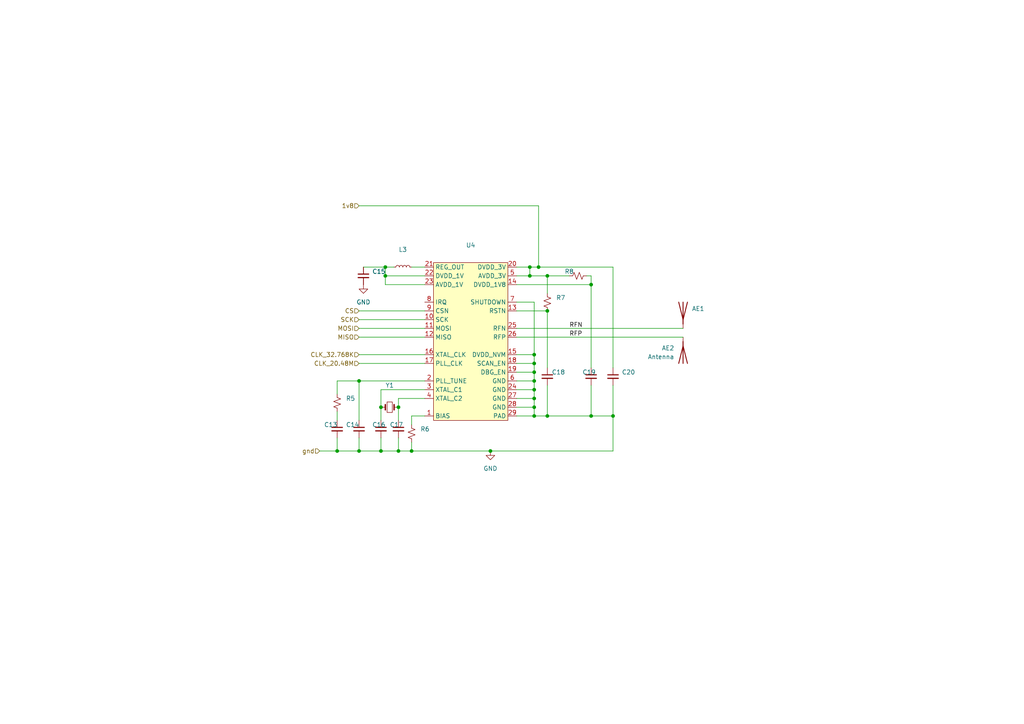
<source format=kicad_sch>
(kicad_sch (version 20211123) (generator eeschema)

  (uuid e7946b4b-d724-4f4f-9ffe-baea7140b82a)

  (paper "A4")

  (lib_symbols
    (symbol "0_kicad_custom_symbols:SR10x0" (in_bom yes) (on_board yes)
      (property "Reference" "U" (id 0) (at 0 25.4 0)
        (effects (font (size 1.27 1.27)))
      )
      (property "Value" "SR10x0" (id 1) (at 0 22.86 0)
        (effects (font (size 1.27 1.27)))
      )
      (property "Footprint" "" (id 2) (at 0 7.62 0)
        (effects (font (size 1.27 1.27)) hide)
      )
      (property "Datasheet" "" (id 3) (at 0 7.62 0)
        (effects (font (size 1.27 1.27)) hide)
      )
      (symbol "SR10x0_0_0"
        (pin unspecified line (at -12.7 -22.86 0) (length 2.54)
          (name "BIAS" (effects (font (size 1.27 1.27))))
          (number "1" (effects (font (size 1.27 1.27))))
        )
        (pin unspecified line (at -12.7 5.08 0) (length 2.54)
          (name "SCK" (effects (font (size 1.27 1.27))))
          (number "10" (effects (font (size 1.27 1.27))))
        )
        (pin unspecified line (at -12.7 2.54 0) (length 2.54)
          (name "MOSI" (effects (font (size 1.27 1.27))))
          (number "11" (effects (font (size 1.27 1.27))))
        )
        (pin unspecified line (at -12.7 0 0) (length 2.54)
          (name "MISO" (effects (font (size 1.27 1.27))))
          (number "12" (effects (font (size 1.27 1.27))))
        )
        (pin unspecified line (at 13.97 7.62 180) (length 2.54)
          (name "RSTN" (effects (font (size 1.27 1.27))))
          (number "13" (effects (font (size 1.27 1.27))))
        )
        (pin unspecified line (at 13.97 15.24 180) (length 2.54)
          (name "DVDD_1V8" (effects (font (size 1.27 1.27))))
          (number "14" (effects (font (size 1.27 1.27))))
        )
        (pin unspecified line (at 13.97 -5.08 180) (length 2.54)
          (name "DVDD_NVM" (effects (font (size 1.27 1.27))))
          (number "15" (effects (font (size 1.27 1.27))))
        )
        (pin unspecified line (at -12.7 -5.08 0) (length 2.54)
          (name "XTAL_CLK" (effects (font (size 1.27 1.27))))
          (number "16" (effects (font (size 1.27 1.27))))
        )
        (pin unspecified line (at -12.7 -7.62 0) (length 2.54)
          (name "PLL_CLK" (effects (font (size 1.27 1.27))))
          (number "17" (effects (font (size 1.27 1.27))))
        )
        (pin unspecified line (at 13.97 -7.62 180) (length 2.54)
          (name "SCAN_EN" (effects (font (size 1.27 1.27))))
          (number "18" (effects (font (size 1.27 1.27))))
        )
        (pin unspecified line (at 13.97 -10.16 180) (length 2.54)
          (name "DBG_EN" (effects (font (size 1.27 1.27))))
          (number "19" (effects (font (size 1.27 1.27))))
        )
        (pin unspecified line (at -12.7 -12.7 0) (length 2.54)
          (name "PLL_TUNE" (effects (font (size 1.27 1.27))))
          (number "2" (effects (font (size 1.27 1.27))))
        )
        (pin unspecified line (at 13.97 20.32 180) (length 2.54)
          (name "DVDD_3V" (effects (font (size 1.27 1.27))))
          (number "20" (effects (font (size 1.27 1.27))))
        )
        (pin unspecified line (at -12.7 20.32 0) (length 2.54)
          (name "REG_OUT" (effects (font (size 1.27 1.27))))
          (number "21" (effects (font (size 1.27 1.27))))
        )
        (pin unspecified line (at -12.7 17.78 0) (length 2.54)
          (name "DVDD_1V" (effects (font (size 1.27 1.27))))
          (number "22" (effects (font (size 1.27 1.27))))
        )
        (pin unspecified line (at -12.7 15.24 0) (length 2.54)
          (name "AVDD_1V" (effects (font (size 1.27 1.27))))
          (number "23" (effects (font (size 1.27 1.27))))
        )
        (pin unspecified line (at 13.97 -15.24 180) (length 2.54)
          (name "GND" (effects (font (size 1.27 1.27))))
          (number "24" (effects (font (size 1.27 1.27))))
        )
        (pin unspecified line (at 13.97 2.54 180) (length 2.54)
          (name "RFN" (effects (font (size 1.27 1.27))))
          (number "25" (effects (font (size 1.27 1.27))))
        )
        (pin unspecified line (at 13.97 0 180) (length 2.54)
          (name "RFP" (effects (font (size 1.27 1.27))))
          (number "26" (effects (font (size 1.27 1.27))))
        )
        (pin unspecified line (at 13.97 -17.78 180) (length 2.54)
          (name "GND" (effects (font (size 1.27 1.27))))
          (number "27" (effects (font (size 1.27 1.27))))
        )
        (pin unspecified line (at 13.97 -20.32 180) (length 2.54)
          (name "GND" (effects (font (size 1.27 1.27))))
          (number "28" (effects (font (size 1.27 1.27))))
        )
        (pin unspecified line (at 13.97 -22.86 180) (length 2.54)
          (name "PAD" (effects (font (size 1.27 1.27))))
          (number "29" (effects (font (size 1.27 1.27))))
        )
        (pin unspecified line (at -12.7 -15.24 0) (length 2.54)
          (name "XTAL_C1" (effects (font (size 1.27 1.27))))
          (number "3" (effects (font (size 1.27 1.27))))
        )
        (pin unspecified line (at -12.7 -17.78 0) (length 2.54)
          (name "XTAL_C2" (effects (font (size 1.27 1.27))))
          (number "4" (effects (font (size 1.27 1.27))))
        )
        (pin unspecified line (at 13.97 17.78 180) (length 2.54)
          (name "AVDD_3V" (effects (font (size 1.27 1.27))))
          (number "5" (effects (font (size 1.27 1.27))))
        )
        (pin unspecified line (at 13.97 -12.7 180) (length 2.54)
          (name "GND" (effects (font (size 1.27 1.27))))
          (number "6" (effects (font (size 1.27 1.27))))
        )
        (pin unspecified line (at 13.97 10.16 180) (length 2.54)
          (name "SHUTDOWN" (effects (font (size 1.27 1.27))))
          (number "7" (effects (font (size 1.27 1.27))))
        )
        (pin unspecified line (at -12.7 10.16 0) (length 2.54)
          (name "IRQ" (effects (font (size 1.27 1.27))))
          (number "8" (effects (font (size 1.27 1.27))))
        )
        (pin unspecified line (at -12.7 7.62 0) (length 2.54)
          (name "CSN" (effects (font (size 1.27 1.27))))
          (number "9" (effects (font (size 1.27 1.27))))
        )
      )
      (symbol "SR10x0_0_1"
        (rectangle (start -10.16 -24.13) (end 11.43 21.59)
          (stroke (width 0) (type default) (color 0 0 0 0))
          (fill (type background))
        )
      )
    )
    (symbol "Device:Antenna" (pin_numbers hide) (pin_names (offset 1.016) hide) (in_bom yes) (on_board yes)
      (property "Reference" "AE" (id 0) (at -1.905 1.905 0)
        (effects (font (size 1.27 1.27)) (justify right))
      )
      (property "Value" "Antenna" (id 1) (at -1.905 0 0)
        (effects (font (size 1.27 1.27)) (justify right))
      )
      (property "Footprint" "" (id 2) (at 0 0 0)
        (effects (font (size 1.27 1.27)) hide)
      )
      (property "Datasheet" "~" (id 3) (at 0 0 0)
        (effects (font (size 1.27 1.27)) hide)
      )
      (property "ki_keywords" "antenna" (id 4) (at 0 0 0)
        (effects (font (size 1.27 1.27)) hide)
      )
      (property "ki_description" "Antenna" (id 5) (at 0 0 0)
        (effects (font (size 1.27 1.27)) hide)
      )
      (symbol "Antenna_0_1"
        (polyline
          (pts
            (xy 0 2.54)
            (xy 0 -3.81)
          )
          (stroke (width 0.254) (type default) (color 0 0 0 0))
          (fill (type none))
        )
        (polyline
          (pts
            (xy 1.27 2.54)
            (xy 0 -2.54)
            (xy -1.27 2.54)
          )
          (stroke (width 0.254) (type default) (color 0 0 0 0))
          (fill (type none))
        )
      )
      (symbol "Antenna_1_1"
        (pin input line (at 0 -5.08 90) (length 2.54)
          (name "A" (effects (font (size 1.27 1.27))))
          (number "1" (effects (font (size 1.27 1.27))))
        )
      )
    )
    (symbol "Device:C_Small" (pin_numbers hide) (pin_names (offset 0.254) hide) (in_bom yes) (on_board yes)
      (property "Reference" "C" (id 0) (at 0.254 1.778 0)
        (effects (font (size 1.27 1.27)) (justify left))
      )
      (property "Value" "C_Small" (id 1) (at 0.254 -2.032 0)
        (effects (font (size 1.27 1.27)) (justify left))
      )
      (property "Footprint" "" (id 2) (at 0 0 0)
        (effects (font (size 1.27 1.27)) hide)
      )
      (property "Datasheet" "~" (id 3) (at 0 0 0)
        (effects (font (size 1.27 1.27)) hide)
      )
      (property "ki_keywords" "capacitor cap" (id 4) (at 0 0 0)
        (effects (font (size 1.27 1.27)) hide)
      )
      (property "ki_description" "Unpolarized capacitor, small symbol" (id 5) (at 0 0 0)
        (effects (font (size 1.27 1.27)) hide)
      )
      (property "ki_fp_filters" "C_*" (id 6) (at 0 0 0)
        (effects (font (size 1.27 1.27)) hide)
      )
      (symbol "C_Small_0_1"
        (polyline
          (pts
            (xy -1.524 -0.508)
            (xy 1.524 -0.508)
          )
          (stroke (width 0.3302) (type default) (color 0 0 0 0))
          (fill (type none))
        )
        (polyline
          (pts
            (xy -1.524 0.508)
            (xy 1.524 0.508)
          )
          (stroke (width 0.3048) (type default) (color 0 0 0 0))
          (fill (type none))
        )
      )
      (symbol "C_Small_1_1"
        (pin passive line (at 0 2.54 270) (length 2.032)
          (name "~" (effects (font (size 1.27 1.27))))
          (number "1" (effects (font (size 1.27 1.27))))
        )
        (pin passive line (at 0 -2.54 90) (length 2.032)
          (name "~" (effects (font (size 1.27 1.27))))
          (number "2" (effects (font (size 1.27 1.27))))
        )
      )
    )
    (symbol "Device:Crystal_Small" (pin_numbers hide) (pin_names (offset 1.016) hide) (in_bom yes) (on_board yes)
      (property "Reference" "Y" (id 0) (at 0 2.54 0)
        (effects (font (size 1.27 1.27)))
      )
      (property "Value" "Crystal_Small" (id 1) (at 0 -2.54 0)
        (effects (font (size 1.27 1.27)))
      )
      (property "Footprint" "" (id 2) (at 0 0 0)
        (effects (font (size 1.27 1.27)) hide)
      )
      (property "Datasheet" "~" (id 3) (at 0 0 0)
        (effects (font (size 1.27 1.27)) hide)
      )
      (property "ki_keywords" "quartz ceramic resonator oscillator" (id 4) (at 0 0 0)
        (effects (font (size 1.27 1.27)) hide)
      )
      (property "ki_description" "Two pin crystal, small symbol" (id 5) (at 0 0 0)
        (effects (font (size 1.27 1.27)) hide)
      )
      (property "ki_fp_filters" "Crystal*" (id 6) (at 0 0 0)
        (effects (font (size 1.27 1.27)) hide)
      )
      (symbol "Crystal_Small_0_1"
        (rectangle (start -0.762 -1.524) (end 0.762 1.524)
          (stroke (width 0) (type default) (color 0 0 0 0))
          (fill (type none))
        )
        (polyline
          (pts
            (xy -1.27 -0.762)
            (xy -1.27 0.762)
          )
          (stroke (width 0.381) (type default) (color 0 0 0 0))
          (fill (type none))
        )
        (polyline
          (pts
            (xy 1.27 -0.762)
            (xy 1.27 0.762)
          )
          (stroke (width 0.381) (type default) (color 0 0 0 0))
          (fill (type none))
        )
      )
      (symbol "Crystal_Small_1_1"
        (pin passive line (at -2.54 0 0) (length 1.27)
          (name "1" (effects (font (size 1.27 1.27))))
          (number "1" (effects (font (size 1.27 1.27))))
        )
        (pin passive line (at 2.54 0 180) (length 1.27)
          (name "2" (effects (font (size 1.27 1.27))))
          (number "2" (effects (font (size 1.27 1.27))))
        )
      )
    )
    (symbol "Device:L_Small" (pin_numbers hide) (pin_names (offset 0.254) hide) (in_bom yes) (on_board yes)
      (property "Reference" "L" (id 0) (at 0.762 1.016 0)
        (effects (font (size 1.27 1.27)) (justify left))
      )
      (property "Value" "L_Small" (id 1) (at 0.762 -1.016 0)
        (effects (font (size 1.27 1.27)) (justify left))
      )
      (property "Footprint" "" (id 2) (at 0 0 0)
        (effects (font (size 1.27 1.27)) hide)
      )
      (property "Datasheet" "~" (id 3) (at 0 0 0)
        (effects (font (size 1.27 1.27)) hide)
      )
      (property "ki_keywords" "inductor choke coil reactor magnetic" (id 4) (at 0 0 0)
        (effects (font (size 1.27 1.27)) hide)
      )
      (property "ki_description" "Inductor, small symbol" (id 5) (at 0 0 0)
        (effects (font (size 1.27 1.27)) hide)
      )
      (property "ki_fp_filters" "Choke_* *Coil* Inductor_* L_*" (id 6) (at 0 0 0)
        (effects (font (size 1.27 1.27)) hide)
      )
      (symbol "L_Small_0_1"
        (arc (start 0 -2.032) (mid 0.508 -1.524) (end 0 -1.016)
          (stroke (width 0) (type default) (color 0 0 0 0))
          (fill (type none))
        )
        (arc (start 0 -1.016) (mid 0.508 -0.508) (end 0 0)
          (stroke (width 0) (type default) (color 0 0 0 0))
          (fill (type none))
        )
        (arc (start 0 0) (mid 0.508 0.508) (end 0 1.016)
          (stroke (width 0) (type default) (color 0 0 0 0))
          (fill (type none))
        )
        (arc (start 0 1.016) (mid 0.508 1.524) (end 0 2.032)
          (stroke (width 0) (type default) (color 0 0 0 0))
          (fill (type none))
        )
      )
      (symbol "L_Small_1_1"
        (pin passive line (at 0 2.54 270) (length 0.508)
          (name "~" (effects (font (size 1.27 1.27))))
          (number "1" (effects (font (size 1.27 1.27))))
        )
        (pin passive line (at 0 -2.54 90) (length 0.508)
          (name "~" (effects (font (size 1.27 1.27))))
          (number "2" (effects (font (size 1.27 1.27))))
        )
      )
    )
    (symbol "Device:R_Small_US" (pin_numbers hide) (pin_names (offset 0.254) hide) (in_bom yes) (on_board yes)
      (property "Reference" "R" (id 0) (at 0.762 0.508 0)
        (effects (font (size 1.27 1.27)) (justify left))
      )
      (property "Value" "R_Small_US" (id 1) (at 0.762 -1.016 0)
        (effects (font (size 1.27 1.27)) (justify left))
      )
      (property "Footprint" "" (id 2) (at 0 0 0)
        (effects (font (size 1.27 1.27)) hide)
      )
      (property "Datasheet" "~" (id 3) (at 0 0 0)
        (effects (font (size 1.27 1.27)) hide)
      )
      (property "ki_keywords" "r resistor" (id 4) (at 0 0 0)
        (effects (font (size 1.27 1.27)) hide)
      )
      (property "ki_description" "Resistor, small US symbol" (id 5) (at 0 0 0)
        (effects (font (size 1.27 1.27)) hide)
      )
      (property "ki_fp_filters" "R_*" (id 6) (at 0 0 0)
        (effects (font (size 1.27 1.27)) hide)
      )
      (symbol "R_Small_US_1_1"
        (polyline
          (pts
            (xy 0 0)
            (xy 1.016 -0.381)
            (xy 0 -0.762)
            (xy -1.016 -1.143)
            (xy 0 -1.524)
          )
          (stroke (width 0) (type default) (color 0 0 0 0))
          (fill (type none))
        )
        (polyline
          (pts
            (xy 0 1.524)
            (xy 1.016 1.143)
            (xy 0 0.762)
            (xy -1.016 0.381)
            (xy 0 0)
          )
          (stroke (width 0) (type default) (color 0 0 0 0))
          (fill (type none))
        )
        (pin passive line (at 0 2.54 270) (length 1.016)
          (name "~" (effects (font (size 1.27 1.27))))
          (number "1" (effects (font (size 1.27 1.27))))
        )
        (pin passive line (at 0 -2.54 90) (length 1.016)
          (name "~" (effects (font (size 1.27 1.27))))
          (number "2" (effects (font (size 1.27 1.27))))
        )
      )
    )
    (symbol "power:GND" (power) (pin_names (offset 0)) (in_bom yes) (on_board yes)
      (property "Reference" "#PWR" (id 0) (at 0 -6.35 0)
        (effects (font (size 1.27 1.27)) hide)
      )
      (property "Value" "GND" (id 1) (at 0 -3.81 0)
        (effects (font (size 1.27 1.27)))
      )
      (property "Footprint" "" (id 2) (at 0 0 0)
        (effects (font (size 1.27 1.27)) hide)
      )
      (property "Datasheet" "" (id 3) (at 0 0 0)
        (effects (font (size 1.27 1.27)) hide)
      )
      (property "ki_keywords" "power-flag" (id 4) (at 0 0 0)
        (effects (font (size 1.27 1.27)) hide)
      )
      (property "ki_description" "Power symbol creates a global label with name \"GND\" , ground" (id 5) (at 0 0 0)
        (effects (font (size 1.27 1.27)) hide)
      )
      (symbol "GND_0_1"
        (polyline
          (pts
            (xy 0 0)
            (xy 0 -1.27)
            (xy 1.27 -1.27)
            (xy 0 -2.54)
            (xy -1.27 -1.27)
            (xy 0 -1.27)
          )
          (stroke (width 0) (type default) (color 0 0 0 0))
          (fill (type none))
        )
      )
      (symbol "GND_1_1"
        (pin power_in line (at 0 0 270) (length 0) hide
          (name "GND" (effects (font (size 1.27 1.27))))
          (number "1" (effects (font (size 1.27 1.27))))
        )
      )
    )
  )

  (junction (at 142.24 130.81) (diameter 0) (color 0 0 0 0)
    (uuid 0151bf30-1148-42cb-a685-6ed8c7c18eef)
  )
  (junction (at 177.8 120.65) (diameter 0) (color 0 0 0 0)
    (uuid 03b4c98f-f707-4f91-8ebb-28ee1990da44)
  )
  (junction (at 97.79 130.81) (diameter 0) (color 0 0 0 0)
    (uuid 076ec102-1264-42f9-b892-abc9c2acc57a)
  )
  (junction (at 153.67 77.47) (diameter 0) (color 0 0 0 0)
    (uuid 0f254a28-cd43-46c2-bb88-57fead51249a)
  )
  (junction (at 154.94 107.95) (diameter 0) (color 0 0 0 0)
    (uuid 0ff9b227-0bcb-4bda-9065-85195e7aec51)
  )
  (junction (at 111.76 80.01) (diameter 0) (color 0 0 0 0)
    (uuid 12da2731-4840-4556-a958-899e3d0e1d29)
  )
  (junction (at 115.57 130.81) (diameter 0) (color 0 0 0 0)
    (uuid 1b7cd628-6a23-4750-9d37-9cfc125333ae)
  )
  (junction (at 154.94 115.57) (diameter 0) (color 0 0 0 0)
    (uuid 21f367dd-3ad1-4874-9a8c-06bec15cd162)
  )
  (junction (at 153.67 80.01) (diameter 0) (color 0 0 0 0)
    (uuid 24b65d01-c9a5-4c81-a0c0-420a87798652)
  )
  (junction (at 111.76 77.47) (diameter 0) (color 0 0 0 0)
    (uuid 4b1401a7-a888-4efa-9ab1-169788a4344c)
  )
  (junction (at 154.94 120.65) (diameter 0) (color 0 0 0 0)
    (uuid 53ffe0a9-2097-4e7d-a769-6bcc949bc75a)
  )
  (junction (at 110.49 118.11) (diameter 0) (color 0 0 0 0)
    (uuid 77e5169f-0ea3-4de8-adfb-6176e496a736)
  )
  (junction (at 158.75 120.65) (diameter 0) (color 0 0 0 0)
    (uuid 8143b7f5-936d-433c-a2d0-41bde8b42601)
  )
  (junction (at 104.14 110.49) (diameter 0) (color 0 0 0 0)
    (uuid 8a250c79-2911-4df5-8df4-0fccf38813a1)
  )
  (junction (at 154.94 105.41) (diameter 0) (color 0 0 0 0)
    (uuid 8ac69a1a-a871-4950-9b25-abfb8319af1a)
  )
  (junction (at 156.21 77.47) (diameter 0) (color 0 0 0 0)
    (uuid 928d7cfe-9920-4cfb-ac23-984180b54bde)
  )
  (junction (at 154.94 118.11) (diameter 0) (color 0 0 0 0)
    (uuid 94be8abc-09f0-45be-8d7b-a1c96b414f9a)
  )
  (junction (at 104.14 130.81) (diameter 0) (color 0 0 0 0)
    (uuid 9de57010-2301-4135-bfe5-758ae0dd931e)
  )
  (junction (at 171.45 120.65) (diameter 0) (color 0 0 0 0)
    (uuid 9fc8db6b-9197-4af4-8038-3cf5d1675576)
  )
  (junction (at 171.45 82.55) (diameter 0) (color 0 0 0 0)
    (uuid a2f39c5a-96f1-46fd-9310-ca8f6ecd3d0b)
  )
  (junction (at 119.38 130.81) (diameter 0) (color 0 0 0 0)
    (uuid aba79e4e-c43e-4138-ac15-ab95c2a04479)
  )
  (junction (at 154.94 113.03) (diameter 0) (color 0 0 0 0)
    (uuid b95683a8-81d2-4480-bba0-af0d442afd65)
  )
  (junction (at 158.75 90.17) (diameter 0) (color 0 0 0 0)
    (uuid bef3e79c-2d7f-4113-b2d4-1830adb75967)
  )
  (junction (at 158.75 80.01) (diameter 0) (color 0 0 0 0)
    (uuid c02f07d6-c465-4869-b870-6e4291fb3c7f)
  )
  (junction (at 154.94 110.49) (diameter 0) (color 0 0 0 0)
    (uuid c7fcc16b-9931-4f99-ba43-89ccb2e04372)
  )
  (junction (at 115.57 118.11) (diameter 0) (color 0 0 0 0)
    (uuid c894df66-1fe0-412c-98d9-29965ea89b30)
  )
  (junction (at 110.49 130.81) (diameter 0) (color 0 0 0 0)
    (uuid ed921c6f-8d9e-46f5-a9c5-0c7acb2ad24a)
  )
  (junction (at 154.94 102.87) (diameter 0) (color 0 0 0 0)
    (uuid ee1efdd4-81e2-4b00-93d9-5ddb8a358136)
  )

  (wire (pts (xy 149.86 90.17) (xy 158.75 90.17))
    (stroke (width 0) (type default) (color 0 0 0 0))
    (uuid 003531f5-59f4-489d-84da-956d52607190)
  )
  (wire (pts (xy 158.75 120.65) (xy 171.45 120.65))
    (stroke (width 0) (type default) (color 0 0 0 0))
    (uuid 05f601fb-1aff-4245-9ca3-1748eaf293f9)
  )
  (wire (pts (xy 154.94 120.65) (xy 154.94 118.11))
    (stroke (width 0) (type default) (color 0 0 0 0))
    (uuid 07c6fef5-aad9-4e6c-baf8-2235d8b33886)
  )
  (wire (pts (xy 119.38 123.19) (xy 119.38 120.65))
    (stroke (width 0) (type default) (color 0 0 0 0))
    (uuid 08204f30-043f-4883-bfcd-bf8672112580)
  )
  (wire (pts (xy 104.14 97.79) (xy 123.19 97.79))
    (stroke (width 0) (type default) (color 0 0 0 0))
    (uuid 0a542213-7863-4f13-8cbf-e8a57115d7c5)
  )
  (wire (pts (xy 149.86 115.57) (xy 154.94 115.57))
    (stroke (width 0) (type default) (color 0 0 0 0))
    (uuid 0b57d041-1042-4975-8f5f-fe935a8663fe)
  )
  (wire (pts (xy 171.45 82.55) (xy 171.45 80.01))
    (stroke (width 0) (type default) (color 0 0 0 0))
    (uuid 0c31a194-5cca-48c4-9d17-bfaeeee60c54)
  )
  (wire (pts (xy 97.79 110.49) (xy 104.14 110.49))
    (stroke (width 0) (type default) (color 0 0 0 0))
    (uuid 149fe5e3-c5de-4b00-a4da-9988610fa252)
  )
  (wire (pts (xy 156.21 77.47) (xy 156.21 59.69))
    (stroke (width 0) (type default) (color 0 0 0 0))
    (uuid 15cd9d22-38b9-4f3d-a562-d0644861f6f6)
  )
  (wire (pts (xy 149.86 97.79) (xy 198.12 97.79))
    (stroke (width 0) (type default) (color 0 0 0 0))
    (uuid 2132b993-0665-4c4e-8feb-2012cd0025e0)
  )
  (wire (pts (xy 177.8 120.65) (xy 171.45 120.65))
    (stroke (width 0) (type default) (color 0 0 0 0))
    (uuid 230e1b32-abd0-42c2-8e2c-4c1ce7b4423f)
  )
  (wire (pts (xy 115.57 118.11) (xy 115.57 121.92))
    (stroke (width 0) (type default) (color 0 0 0 0))
    (uuid 24e0adb2-6d54-47b6-bee3-01d2d039e6dc)
  )
  (wire (pts (xy 110.49 113.03) (xy 123.19 113.03))
    (stroke (width 0) (type default) (color 0 0 0 0))
    (uuid 27eec292-db7f-4d26-82a8-8d97acc6ba2b)
  )
  (wire (pts (xy 104.14 130.81) (xy 110.49 130.81))
    (stroke (width 0) (type default) (color 0 0 0 0))
    (uuid 2e240f88-7232-4f87-8615-294a7f7734ae)
  )
  (wire (pts (xy 154.94 120.65) (xy 158.75 120.65))
    (stroke (width 0) (type default) (color 0 0 0 0))
    (uuid 3262ce87-8029-4a56-a29a-8089ae6e5a59)
  )
  (wire (pts (xy 119.38 77.47) (xy 123.19 77.47))
    (stroke (width 0) (type default) (color 0 0 0 0))
    (uuid 33b0217c-b4ff-4de1-9261-e34b6ff8a0d3)
  )
  (wire (pts (xy 170.18 80.01) (xy 171.45 80.01))
    (stroke (width 0) (type default) (color 0 0 0 0))
    (uuid 353ab95e-9d39-4510-8c8d-939b71fd1536)
  )
  (wire (pts (xy 149.86 95.25) (xy 198.12 95.25))
    (stroke (width 0) (type default) (color 0 0 0 0))
    (uuid 35470870-0d4e-44be-8ed1-d59b815191f2)
  )
  (wire (pts (xy 142.24 130.81) (xy 119.38 130.81))
    (stroke (width 0) (type default) (color 0 0 0 0))
    (uuid 38816841-5d62-49e6-8088-69d175a2af8e)
  )
  (wire (pts (xy 154.94 107.95) (xy 154.94 110.49))
    (stroke (width 0) (type default) (color 0 0 0 0))
    (uuid 39ac3426-5046-49d6-a48c-f54b57a87631)
  )
  (wire (pts (xy 149.86 120.65) (xy 154.94 120.65))
    (stroke (width 0) (type default) (color 0 0 0 0))
    (uuid 3c36da5c-133a-4ed4-8757-815d1812ec18)
  )
  (wire (pts (xy 104.14 105.41) (xy 123.19 105.41))
    (stroke (width 0) (type default) (color 0 0 0 0))
    (uuid 4344b8fd-b142-4fc5-92ce-805de17acedf)
  )
  (wire (pts (xy 153.67 80.01) (xy 158.75 80.01))
    (stroke (width 0) (type default) (color 0 0 0 0))
    (uuid 43fb9cc2-c8c4-4930-a626-6bb50c7b4e96)
  )
  (wire (pts (xy 111.76 77.47) (xy 114.3 77.47))
    (stroke (width 0) (type default) (color 0 0 0 0))
    (uuid 4c670306-2a51-4778-bfe1-475c2b5cf28f)
  )
  (wire (pts (xy 149.86 102.87) (xy 154.94 102.87))
    (stroke (width 0) (type default) (color 0 0 0 0))
    (uuid 53c8f187-c4b3-4c43-9643-47f630bf39d5)
  )
  (wire (pts (xy 104.14 59.69) (xy 156.21 59.69))
    (stroke (width 0) (type default) (color 0 0 0 0))
    (uuid 54b7f6f2-e1b4-48a1-87bb-b2ee46dccf2e)
  )
  (wire (pts (xy 149.86 87.63) (xy 154.94 87.63))
    (stroke (width 0) (type default) (color 0 0 0 0))
    (uuid 56cf07a2-050c-47fe-a283-cacd5436e682)
  )
  (wire (pts (xy 149.86 113.03) (xy 154.94 113.03))
    (stroke (width 0) (type default) (color 0 0 0 0))
    (uuid 5a7ea48c-73a4-447c-a454-fe05b3a17726)
  )
  (wire (pts (xy 156.21 77.47) (xy 177.8 77.47))
    (stroke (width 0) (type default) (color 0 0 0 0))
    (uuid 5bbb8cc0-3d42-4dc5-9ff0-d2817a5b9a4d)
  )
  (wire (pts (xy 111.76 82.55) (xy 123.19 82.55))
    (stroke (width 0) (type default) (color 0 0 0 0))
    (uuid 5ed4184e-6fcb-472f-bfbd-58bd0407a79a)
  )
  (wire (pts (xy 104.14 110.49) (xy 104.14 121.92))
    (stroke (width 0) (type default) (color 0 0 0 0))
    (uuid 5f288793-c60e-49a2-b9e2-28022d85963a)
  )
  (wire (pts (xy 154.94 118.11) (xy 154.94 115.57))
    (stroke (width 0) (type default) (color 0 0 0 0))
    (uuid 6061f0a0-0f05-49c7-ad53-a20ab4695e8b)
  )
  (wire (pts (xy 104.14 102.87) (xy 123.19 102.87))
    (stroke (width 0) (type default) (color 0 0 0 0))
    (uuid 69430845-e1d3-4086-9a4e-1d2bb8c20776)
  )
  (wire (pts (xy 153.67 77.47) (xy 149.86 77.47))
    (stroke (width 0) (type default) (color 0 0 0 0))
    (uuid 6aa2b36c-c06c-4e6e-910b-f1d002c87bc0)
  )
  (wire (pts (xy 115.57 118.11) (xy 115.57 115.57))
    (stroke (width 0) (type default) (color 0 0 0 0))
    (uuid 6dacda71-4bb3-4536-8dca-d85264482a57)
  )
  (wire (pts (xy 97.79 119.38) (xy 97.79 121.92))
    (stroke (width 0) (type default) (color 0 0 0 0))
    (uuid 6e0a09bd-4465-4bb4-adf0-d2b77978e48f)
  )
  (wire (pts (xy 149.86 80.01) (xy 153.67 80.01))
    (stroke (width 0) (type default) (color 0 0 0 0))
    (uuid 73294eab-c39a-49d7-bd83-c38d355a3d16)
  )
  (wire (pts (xy 104.14 110.49) (xy 123.19 110.49))
    (stroke (width 0) (type default) (color 0 0 0 0))
    (uuid 7410eb21-a17d-4c3a-9d1c-66ca6c4e4f8a)
  )
  (wire (pts (xy 111.76 80.01) (xy 111.76 77.47))
    (stroke (width 0) (type default) (color 0 0 0 0))
    (uuid 77c2ac57-10e2-4b38-84f1-379b65329272)
  )
  (wire (pts (xy 177.8 111.76) (xy 177.8 120.65))
    (stroke (width 0) (type default) (color 0 0 0 0))
    (uuid 787c29f9-1dc1-47a0-a5ec-b9b4be77acc7)
  )
  (wire (pts (xy 177.8 130.81) (xy 142.24 130.81))
    (stroke (width 0) (type default) (color 0 0 0 0))
    (uuid 79abc05e-0a2b-49a4-899c-a83d5933629a)
  )
  (wire (pts (xy 97.79 130.81) (xy 104.14 130.81))
    (stroke (width 0) (type default) (color 0 0 0 0))
    (uuid 7c791bfb-13c9-4582-ae38-3c130e76d0d3)
  )
  (wire (pts (xy 119.38 130.81) (xy 119.38 128.27))
    (stroke (width 0) (type default) (color 0 0 0 0))
    (uuid 7dea40ad-275e-4356-bed4-ccf3ba29d326)
  )
  (wire (pts (xy 158.75 90.17) (xy 158.75 106.68))
    (stroke (width 0) (type default) (color 0 0 0 0))
    (uuid 7ed24067-a2b8-4196-8aec-58c040b703f6)
  )
  (wire (pts (xy 154.94 102.87) (xy 154.94 105.41))
    (stroke (width 0) (type default) (color 0 0 0 0))
    (uuid 83857c3d-2cbd-4c8e-8c7c-98e34fd467ad)
  )
  (wire (pts (xy 177.8 120.65) (xy 177.8 130.81))
    (stroke (width 0) (type default) (color 0 0 0 0))
    (uuid 85cfeb1a-bf37-4808-a748-9565fc1c7347)
  )
  (wire (pts (xy 149.86 105.41) (xy 154.94 105.41))
    (stroke (width 0) (type default) (color 0 0 0 0))
    (uuid 92c8f4ba-57a0-4b44-a303-4d654bc72976)
  )
  (wire (pts (xy 177.8 106.68) (xy 177.8 77.47))
    (stroke (width 0) (type default) (color 0 0 0 0))
    (uuid 94088670-ad40-43cc-ae57-791e8cbd3452)
  )
  (wire (pts (xy 154.94 113.03) (xy 154.94 110.49))
    (stroke (width 0) (type default) (color 0 0 0 0))
    (uuid 94089b98-2d82-406f-8a80-337361221ce4)
  )
  (wire (pts (xy 104.14 92.71) (xy 123.19 92.71))
    (stroke (width 0) (type default) (color 0 0 0 0))
    (uuid 9542e327-eba8-46f7-aed4-55ee1c3fc056)
  )
  (wire (pts (xy 104.14 90.17) (xy 123.19 90.17))
    (stroke (width 0) (type default) (color 0 0 0 0))
    (uuid 97d54b80-940f-44e5-bdc3-3b6cea0fb1f2)
  )
  (wire (pts (xy 171.45 111.76) (xy 171.45 120.65))
    (stroke (width 0) (type default) (color 0 0 0 0))
    (uuid 9a71fac4-4866-4df6-a57c-bd454b0d4339)
  )
  (wire (pts (xy 153.67 77.47) (xy 156.21 77.47))
    (stroke (width 0) (type default) (color 0 0 0 0))
    (uuid 9ae60c5c-92f3-4f70-834d-25d808b76bb6)
  )
  (wire (pts (xy 154.94 105.41) (xy 154.94 107.95))
    (stroke (width 0) (type default) (color 0 0 0 0))
    (uuid 9e4b97eb-4976-4e38-b382-13dce10abf22)
  )
  (wire (pts (xy 153.67 80.01) (xy 153.67 77.47))
    (stroke (width 0) (type default) (color 0 0 0 0))
    (uuid a0b5c368-7584-4b36-a252-2bd9a327c91c)
  )
  (wire (pts (xy 149.86 107.95) (xy 154.94 107.95))
    (stroke (width 0) (type default) (color 0 0 0 0))
    (uuid a37c735a-2152-4ac4-a272-81f2e0f038f5)
  )
  (wire (pts (xy 104.14 127) (xy 104.14 130.81))
    (stroke (width 0) (type default) (color 0 0 0 0))
    (uuid a580d05d-14a5-4336-9fca-b548086d8f4b)
  )
  (wire (pts (xy 154.94 110.49) (xy 149.86 110.49))
    (stroke (width 0) (type default) (color 0 0 0 0))
    (uuid a788b7fc-7ef8-478c-b36c-a2a6b077e821)
  )
  (wire (pts (xy 154.94 115.57) (xy 154.94 113.03))
    (stroke (width 0) (type default) (color 0 0 0 0))
    (uuid b042a06f-b474-47fc-a765-45ecb82c1f65)
  )
  (wire (pts (xy 110.49 127) (xy 110.49 130.81))
    (stroke (width 0) (type default) (color 0 0 0 0))
    (uuid b076bfca-9ea3-4259-9da1-efe42ed5037f)
  )
  (wire (pts (xy 92.71 130.81) (xy 97.79 130.81))
    (stroke (width 0) (type default) (color 0 0 0 0))
    (uuid b11424e4-e31d-44b3-b6cf-30c417df2ea5)
  )
  (wire (pts (xy 158.75 80.01) (xy 158.75 85.09))
    (stroke (width 0) (type default) (color 0 0 0 0))
    (uuid b42e1c8c-9923-4646-80d5-8d1b090d4d24)
  )
  (wire (pts (xy 104.14 95.25) (xy 123.19 95.25))
    (stroke (width 0) (type default) (color 0 0 0 0))
    (uuid bdc076ad-284d-4a5c-a0f7-e0a1296625c2)
  )
  (wire (pts (xy 119.38 120.65) (xy 123.19 120.65))
    (stroke (width 0) (type default) (color 0 0 0 0))
    (uuid c070f01a-a44a-4bbe-9d93-4d212e5ac004)
  )
  (wire (pts (xy 149.86 82.55) (xy 171.45 82.55))
    (stroke (width 0) (type default) (color 0 0 0 0))
    (uuid c98df6e3-449c-4e15-ae92-cd773bbd7104)
  )
  (wire (pts (xy 111.76 80.01) (xy 111.76 82.55))
    (stroke (width 0) (type default) (color 0 0 0 0))
    (uuid ced8cea5-cc58-429e-b4a4-11da3f300118)
  )
  (wire (pts (xy 115.57 130.81) (xy 119.38 130.81))
    (stroke (width 0) (type default) (color 0 0 0 0))
    (uuid cfa3111f-0202-4412-a89e-1e37cf87f17b)
  )
  (wire (pts (xy 123.19 80.01) (xy 111.76 80.01))
    (stroke (width 0) (type default) (color 0 0 0 0))
    (uuid d43728df-b095-48b0-a30e-11027ec27355)
  )
  (wire (pts (xy 97.79 114.3) (xy 97.79 110.49))
    (stroke (width 0) (type default) (color 0 0 0 0))
    (uuid d7cd0b7c-0af1-4621-8144-6cdceda5a7d8)
  )
  (wire (pts (xy 110.49 130.81) (xy 115.57 130.81))
    (stroke (width 0) (type default) (color 0 0 0 0))
    (uuid db42ed81-ee0b-4c07-be19-9c851ee43f61)
  )
  (wire (pts (xy 97.79 127) (xy 97.79 130.81))
    (stroke (width 0) (type default) (color 0 0 0 0))
    (uuid e0589db7-dc55-4fd2-81e9-c1e4cd9f4f84)
  )
  (wire (pts (xy 158.75 111.76) (xy 158.75 120.65))
    (stroke (width 0) (type default) (color 0 0 0 0))
    (uuid e3b2b9c5-55bb-4a3c-b09f-8d4b4d3230fb)
  )
  (wire (pts (xy 115.57 127) (xy 115.57 130.81))
    (stroke (width 0) (type default) (color 0 0 0 0))
    (uuid eb1e94fb-46bf-4309-9aa6-b58f72743675)
  )
  (wire (pts (xy 149.86 118.11) (xy 154.94 118.11))
    (stroke (width 0) (type default) (color 0 0 0 0))
    (uuid edabf3db-f18a-4100-b4f9-299575a8cc60)
  )
  (wire (pts (xy 154.94 87.63) (xy 154.94 102.87))
    (stroke (width 0) (type default) (color 0 0 0 0))
    (uuid ee49344d-ea18-46fd-9a12-f5cc3bd87b3e)
  )
  (wire (pts (xy 110.49 121.92) (xy 110.49 118.11))
    (stroke (width 0) (type default) (color 0 0 0 0))
    (uuid ef9ab9de-65de-453b-92d1-8911d65e0733)
  )
  (wire (pts (xy 115.57 115.57) (xy 123.19 115.57))
    (stroke (width 0) (type default) (color 0 0 0 0))
    (uuid f1c90a01-d865-4407-8359-f50e1ba5b802)
  )
  (wire (pts (xy 171.45 82.55) (xy 171.45 106.68))
    (stroke (width 0) (type default) (color 0 0 0 0))
    (uuid f50f6d48-e347-424d-ac66-cc75cddda72f)
  )
  (wire (pts (xy 158.75 80.01) (xy 165.1 80.01))
    (stroke (width 0) (type default) (color 0 0 0 0))
    (uuid f56a09e7-0c3e-4a7b-9e22-02196bcb3e68)
  )
  (wire (pts (xy 105.41 77.47) (xy 111.76 77.47))
    (stroke (width 0) (type default) (color 0 0 0 0))
    (uuid fcd839b8-4e38-4a62-9735-18b2332e1e1b)
  )
  (wire (pts (xy 110.49 118.11) (xy 110.49 113.03))
    (stroke (width 0) (type default) (color 0 0 0 0))
    (uuid fe9155f7-7886-4354-aff3-85fd3939a5be)
  )

  (label "RFN" (at 165.1 95.25 0)
    (effects (font (size 1.27 1.27)) (justify left bottom))
    (uuid a68e03da-b674-4fa3-abbd-bf5edfd58541)
  )
  (label "RFP" (at 165.1 97.79 0)
    (effects (font (size 1.27 1.27)) (justify left bottom))
    (uuid c91af2de-c914-4fd3-97c2-839e6e911ed7)
  )

  (hierarchical_label "MOSI" (shape input) (at 104.14 95.25 180)
    (effects (font (size 1.27 1.27)) (justify right))
    (uuid 2bd10789-7467-46b1-87b8-b8e937105913)
  )
  (hierarchical_label "CLK_32.768K" (shape input) (at 104.14 102.87 180)
    (effects (font (size 1.27 1.27)) (justify right))
    (uuid 42f5c2c0-5ecf-4fea-8c2f-11ebb127001f)
  )
  (hierarchical_label "1v8" (shape input) (at 104.14 59.69 180)
    (effects (font (size 1.27 1.27)) (justify right))
    (uuid 635460c7-29cb-4e3e-a116-d103c01d1a83)
  )
  (hierarchical_label "SCK" (shape input) (at 104.14 92.71 180)
    (effects (font (size 1.27 1.27)) (justify right))
    (uuid 641cd7c7-6aff-4c5a-a4ea-2d66cb4939ca)
  )
  (hierarchical_label "MISO" (shape input) (at 104.14 97.79 180)
    (effects (font (size 1.27 1.27)) (justify right))
    (uuid 8194092d-63da-4e49-be42-a349938031b2)
  )
  (hierarchical_label "gnd" (shape input) (at 92.71 130.81 180)
    (effects (font (size 1.27 1.27)) (justify right))
    (uuid 89623a12-2002-424d-90c5-b0f99624d7de)
  )
  (hierarchical_label "CS" (shape input) (at 104.14 90.17 180)
    (effects (font (size 1.27 1.27)) (justify right))
    (uuid 8a1c9936-e4ff-4ba7-b064-e04b2cf114fc)
  )
  (hierarchical_label "CLK_20.48M" (shape input) (at 104.14 105.41 180)
    (effects (font (size 1.27 1.27)) (justify right))
    (uuid fb09536f-d9b6-4e89-9e2d-541d712b1750)
  )

  (symbol (lib_id "Device:C_Small") (at 158.75 109.22 0) (unit 1)
    (in_bom yes) (on_board yes)
    (uuid 0362e620-a97b-4882-a4db-104b0c6b6f59)
    (property "Reference" "C18" (id 0) (at 160.02 107.95 0)
      (effects (font (size 1.27 1.27)) (justify left))
    )
    (property "Value" "" (id 1) (at 158.75 111.76 0)
      (effects (font (size 1.27 1.27)) (justify left))
    )
    (property "Footprint" "" (id 2) (at 158.75 109.22 0)
      (effects (font (size 1.27 1.27)) hide)
    )
    (property "Datasheet" "~" (id 3) (at 158.75 109.22 0)
      (effects (font (size 1.27 1.27)) hide)
    )
    (pin "1" (uuid 909a5852-e76c-4992-99a7-ef792a7018a6))
    (pin "2" (uuid 86a37c0b-6017-416f-92cb-005c1ebc739f))
  )

  (symbol (lib_id "Device:C_Small") (at 115.57 124.46 0) (unit 1)
    (in_bom yes) (on_board yes)
    (uuid 0b624c76-6945-4504-a58d-a31554f69044)
    (property "Reference" "C17" (id 0) (at 113.03 123.19 0)
      (effects (font (size 1.27 1.27)) (justify left))
    )
    (property "Value" "" (id 1) (at 113.03 125.73 0)
      (effects (font (size 1.27 1.27)) (justify left))
    )
    (property "Footprint" "" (id 2) (at 115.57 124.46 0)
      (effects (font (size 1.27 1.27)) hide)
    )
    (property "Datasheet" "~" (id 3) (at 115.57 124.46 0)
      (effects (font (size 1.27 1.27)) hide)
    )
    (pin "1" (uuid 0bf67f95-63e0-4cf9-975e-9fca1866cc10))
    (pin "2" (uuid 2859a760-a315-41ce-9867-42c9328eff85))
  )

  (symbol (lib_id "Device:R_Small_US") (at 119.38 125.73 180) (unit 1)
    (in_bom yes) (on_board yes)
    (uuid 286adc28-109e-40b2-adfa-8468c71c2c9e)
    (property "Reference" "R6" (id 0) (at 121.92 124.46 0)
      (effects (font (size 1.27 1.27)) (justify right))
    )
    (property "Value" "" (id 1) (at 121.92 126.9999 0)
      (effects (font (size 1.27 1.27)) (justify right))
    )
    (property "Footprint" "" (id 2) (at 119.38 125.73 0)
      (effects (font (size 1.27 1.27)) hide)
    )
    (property "Datasheet" "~" (id 3) (at 119.38 125.73 0)
      (effects (font (size 1.27 1.27)) hide)
    )
    (pin "1" (uuid d617d87d-0ff8-411b-a0e5-502a56064601))
    (pin "2" (uuid f489be76-27fa-43ad-99a8-70923819d61c))
  )

  (symbol (lib_id "Device:R_Small_US") (at 97.79 116.84 180) (unit 1)
    (in_bom yes) (on_board yes)
    (uuid 4b4b5ea3-95c9-48ca-9917-265c76254a85)
    (property "Reference" "R5" (id 0) (at 100.33 115.57 0)
      (effects (font (size 1.27 1.27)) (justify right))
    )
    (property "Value" "" (id 1) (at 100.33 118.1099 0)
      (effects (font (size 1.27 1.27)) (justify right))
    )
    (property "Footprint" "" (id 2) (at 97.79 116.84 0)
      (effects (font (size 1.27 1.27)) hide)
    )
    (property "Datasheet" "~" (id 3) (at 97.79 116.84 0)
      (effects (font (size 1.27 1.27)) hide)
    )
    (pin "1" (uuid 4b0c929c-a3b3-42b7-ae43-e70254c10fde))
    (pin "2" (uuid 617edc4b-bc47-43be-b281-95c12292b49c))
  )

  (symbol (lib_id "Device:R_Small_US") (at 158.75 87.63 180) (unit 1)
    (in_bom yes) (on_board yes)
    (uuid 55664dda-b745-42b3-9bc7-38902f8e97e6)
    (property "Reference" "R7" (id 0) (at 161.29 86.36 0)
      (effects (font (size 1.27 1.27)) (justify right))
    )
    (property "Value" "" (id 1) (at 161.29 88.8999 0)
      (effects (font (size 1.27 1.27)) (justify right))
    )
    (property "Footprint" "" (id 2) (at 158.75 87.63 0)
      (effects (font (size 1.27 1.27)) hide)
    )
    (property "Datasheet" "~" (id 3) (at 158.75 87.63 0)
      (effects (font (size 1.27 1.27)) hide)
    )
    (pin "1" (uuid 2be17e02-0688-49cb-8565-e209571740cd))
    (pin "2" (uuid e0d926c9-0f8e-4012-8b06-09d4ce4db7df))
  )

  (symbol (lib_id "power:GND") (at 105.41 82.55 0) (unit 1)
    (in_bom yes) (on_board yes) (fields_autoplaced)
    (uuid 68023f63-104f-4234-9701-9943f37e43e3)
    (property "Reference" "#PWR0102" (id 0) (at 105.41 88.9 0)
      (effects (font (size 1.27 1.27)) hide)
    )
    (property "Value" "" (id 1) (at 105.41 87.63 0))
    (property "Footprint" "" (id 2) (at 105.41 82.55 0)
      (effects (font (size 1.27 1.27)) hide)
    )
    (property "Datasheet" "" (id 3) (at 105.41 82.55 0)
      (effects (font (size 1.27 1.27)) hide)
    )
    (pin "1" (uuid 656fccdf-a858-47be-abe9-0503848f3b41))
  )

  (symbol (lib_id "0_kicad_custom_symbols:SR10x0") (at 135.89 97.79 0) (unit 1)
    (in_bom yes) (on_board yes) (fields_autoplaced)
    (uuid 817ca23a-b6b0-4ac3-9aa7-80c84ce01081)
    (property "Reference" "U4" (id 0) (at 136.525 71.12 0))
    (property "Value" "" (id 1) (at 136.525 73.66 0))
    (property "Footprint" "" (id 2) (at 135.89 90.17 0)
      (effects (font (size 1.27 1.27)) hide)
    )
    (property "Datasheet" "" (id 3) (at 135.89 90.17 0)
      (effects (font (size 1.27 1.27)) hide)
    )
    (pin "1" (uuid f0cf88e3-355d-4203-82f9-6f754b2c5c03))
    (pin "10" (uuid adfa4838-685a-4725-99ae-0e0e13b5f1a6))
    (pin "11" (uuid 35a3dfb5-7522-490f-8a5e-8b22023e36c8))
    (pin "12" (uuid 8ff7a6a4-cf21-4de6-b871-6bb65062a5be))
    (pin "13" (uuid bacc5907-fb5c-40ae-bb17-a55fdac4e308))
    (pin "14" (uuid 526d3e2b-294d-4177-babc-531f05082502))
    (pin "15" (uuid 99921108-fc3a-4c6c-9ed4-96ac31935220))
    (pin "16" (uuid 5e48ba79-87c2-4582-b351-f9a0b064c414))
    (pin "17" (uuid a35b90ef-cb3c-43f8-a0c1-8021d78e1016))
    (pin "18" (uuid 1858edc6-fb7b-4262-a293-ea5a3fb081f4))
    (pin "19" (uuid 3964cb38-9abc-446f-b3da-9a156f6abf11))
    (pin "2" (uuid d7cd209b-1818-4fa3-90c1-284fbcf41f99))
    (pin "20" (uuid 78dc7f3b-4390-4b54-8380-7d27edb3fd27))
    (pin "21" (uuid c435873f-949c-46d3-a664-dbc9f839a6d0))
    (pin "22" (uuid e721fdcb-93c2-4483-803e-01f533a021e1))
    (pin "23" (uuid d5fb20a2-aae6-4baf-a91b-23852a25d6b2))
    (pin "24" (uuid bf20ff96-e8a0-4e98-af1d-f57b4c35cae3))
    (pin "25" (uuid 7896c8e4-1d66-46c8-bb01-32d29a88b7cd))
    (pin "26" (uuid 39e5997a-987a-4ee7-a817-249890977648))
    (pin "27" (uuid 0e8685e6-bf29-4bba-9b64-d3d3b3db4eec))
    (pin "28" (uuid 054827b7-1ad8-4ac9-a7e7-0591af8161ab))
    (pin "29" (uuid 6240c00a-c8d7-4dd6-a50e-5bc643b9e0b2))
    (pin "3" (uuid 9e8bc824-58d8-4839-a7ca-086eff37a0e9))
    (pin "4" (uuid 2f8620b7-9433-4e25-a40c-c81477a41799))
    (pin "5" (uuid 1b67974e-6093-4417-b158-f7425a20560e))
    (pin "6" (uuid 301ebc9a-f533-446d-a252-7a9107951acd))
    (pin "7" (uuid 8abb9c4e-765e-4916-a42a-3667985d5fa6))
    (pin "8" (uuid 3cb129c1-6b7e-4278-aa36-f432f7353026))
    (pin "9" (uuid bb47a4e3-c776-4503-bc91-85dc178b6b2c))
  )

  (symbol (lib_id "Device:L_Small") (at 116.84 77.47 90) (unit 1)
    (in_bom yes) (on_board yes) (fields_autoplaced)
    (uuid 8ff7525b-f78d-44bf-93a7-7229bc1091ac)
    (property "Reference" "L3" (id 0) (at 116.84 72.39 90))
    (property "Value" "" (id 1) (at 116.84 74.93 90))
    (property "Footprint" "" (id 2) (at 116.84 77.47 0)
      (effects (font (size 1.27 1.27)) hide)
    )
    (property "Datasheet" "~" (id 3) (at 116.84 77.47 0)
      (effects (font (size 1.27 1.27)) hide)
    )
    (pin "1" (uuid d5e3ebaa-d161-4fd6-98ed-c1157c43c7bc))
    (pin "2" (uuid 732854eb-a869-4171-89fe-6b16b507fd52))
  )

  (symbol (lib_id "Device:Crystal_Small") (at 113.03 118.11 0) (unit 1)
    (in_bom yes) (on_board yes) (fields_autoplaced)
    (uuid 9d98ca23-23e2-4275-982b-baf84991679a)
    (property "Reference" "Y1" (id 0) (at 113.03 111.76 0))
    (property "Value" "" (id 1) (at 113.03 114.3 0))
    (property "Footprint" "" (id 2) (at 113.03 118.11 0)
      (effects (font (size 1.27 1.27)) hide)
    )
    (property "Datasheet" "~" (id 3) (at 113.03 118.11 0)
      (effects (font (size 1.27 1.27)) hide)
    )
    (pin "1" (uuid 1ceca03a-f8f2-4010-b86d-48b676d933ec))
    (pin "2" (uuid be7fa36e-76d0-45aa-8e70-7b6a33824775))
  )

  (symbol (lib_id "Device:Antenna") (at 198.12 90.17 0) (unit 1)
    (in_bom yes) (on_board yes) (fields_autoplaced)
    (uuid aec70500-1877-4137-8c1c-dd1c30e27676)
    (property "Reference" "AE1" (id 0) (at 200.66 89.5349 0)
      (effects (font (size 1.27 1.27)) (justify left))
    )
    (property "Value" "" (id 1) (at 200.66 92.0749 0)
      (effects (font (size 1.27 1.27)) (justify left))
    )
    (property "Footprint" "" (id 2) (at 198.12 90.17 0)
      (effects (font (size 1.27 1.27)) hide)
    )
    (property "Datasheet" "~" (id 3) (at 198.12 90.17 0)
      (effects (font (size 1.27 1.27)) hide)
    )
    (pin "1" (uuid 359bbb29-1fe5-4ae2-be78-e72897b9286e))
  )

  (symbol (lib_id "Device:C_Small") (at 97.79 124.46 0) (unit 1)
    (in_bom yes) (on_board yes)
    (uuid b170c588-91dd-40b3-9e7b-2c87cc62c0bd)
    (property "Reference" "C13" (id 0) (at 93.98 123.19 0)
      (effects (font (size 1.27 1.27)) (justify left))
    )
    (property "Value" "" (id 1) (at 92.71 125.73 0)
      (effects (font (size 1.27 1.27)) (justify left))
    )
    (property "Footprint" "" (id 2) (at 97.79 124.46 0)
      (effects (font (size 1.27 1.27)) hide)
    )
    (property "Datasheet" "~" (id 3) (at 97.79 124.46 0)
      (effects (font (size 1.27 1.27)) hide)
    )
    (pin "1" (uuid 09442b0e-da9b-4333-9578-cf971d8758c5))
    (pin "2" (uuid e8375cde-158e-4fbb-a4d8-946872d0d89c))
  )

  (symbol (lib_id "Device:C_Small") (at 105.41 80.01 0) (unit 1)
    (in_bom yes) (on_board yes) (fields_autoplaced)
    (uuid ba22cee6-4901-42e3-8a89-0152981fce84)
    (property "Reference" "C15" (id 0) (at 107.95 78.7462 0)
      (effects (font (size 1.27 1.27)) (justify left))
    )
    (property "Value" "" (id 1) (at 107.95 81.2862 0)
      (effects (font (size 1.27 1.27)) (justify left))
    )
    (property "Footprint" "" (id 2) (at 105.41 80.01 0)
      (effects (font (size 1.27 1.27)) hide)
    )
    (property "Datasheet" "~" (id 3) (at 105.41 80.01 0)
      (effects (font (size 1.27 1.27)) hide)
    )
    (pin "1" (uuid 7f6c5687-0f99-454f-bf09-714dc991817b))
    (pin "2" (uuid 1fe18e1c-0431-4a19-a2b2-b6ec6ea2c00d))
  )

  (symbol (lib_id "Device:C_Small") (at 177.8 109.22 0) (unit 1)
    (in_bom yes) (on_board yes) (fields_autoplaced)
    (uuid c28eb2f2-0c40-47e6-aecf-09a2179fdcac)
    (property "Reference" "C20" (id 0) (at 180.34 107.9562 0)
      (effects (font (size 1.27 1.27)) (justify left))
    )
    (property "Value" "" (id 1) (at 180.34 110.4962 0)
      (effects (font (size 1.27 1.27)) (justify left))
    )
    (property "Footprint" "" (id 2) (at 177.8 109.22 0)
      (effects (font (size 1.27 1.27)) hide)
    )
    (property "Datasheet" "~" (id 3) (at 177.8 109.22 0)
      (effects (font (size 1.27 1.27)) hide)
    )
    (pin "1" (uuid 3c27153b-f09c-4ac0-99a7-e9d70edc9e0c))
    (pin "2" (uuid 1e91c51c-5a5c-4a10-b9fe-bdc036b6ceb2))
  )

  (symbol (lib_id "Device:C_Small") (at 171.45 109.22 0) (unit 1)
    (in_bom yes) (on_board yes)
    (uuid ce92dcac-a115-4b7d-bf8d-f1f4d6d88047)
    (property "Reference" "C19" (id 0) (at 168.91 107.95 0)
      (effects (font (size 1.27 1.27)) (justify left))
    )
    (property "Value" "" (id 1) (at 166.37 110.49 0)
      (effects (font (size 1.27 1.27)) (justify left))
    )
    (property "Footprint" "" (id 2) (at 171.45 109.22 0)
      (effects (font (size 1.27 1.27)) hide)
    )
    (property "Datasheet" "~" (id 3) (at 171.45 109.22 0)
      (effects (font (size 1.27 1.27)) hide)
    )
    (pin "1" (uuid 238404e8-aa7b-401a-9254-59bb7e4ed152))
    (pin "2" (uuid b4846530-dcc8-44ce-8cb9-7b691b8f20aa))
  )

  (symbol (lib_id "Device:C_Small") (at 104.14 124.46 0) (unit 1)
    (in_bom yes) (on_board yes)
    (uuid d94fa3b4-d3c0-4e39-9308-9c15780f4f65)
    (property "Reference" "C14" (id 0) (at 100.33 123.19 0)
      (effects (font (size 1.27 1.27)) (justify left))
    )
    (property "Value" "" (id 1) (at 100.33 125.73 0)
      (effects (font (size 1.27 1.27)) (justify left))
    )
    (property "Footprint" "" (id 2) (at 104.14 124.46 0)
      (effects (font (size 1.27 1.27)) hide)
    )
    (property "Datasheet" "~" (id 3) (at 104.14 124.46 0)
      (effects (font (size 1.27 1.27)) hide)
    )
    (pin "1" (uuid a4d41beb-09eb-4709-8bc1-34c23837ced2))
    (pin "2" (uuid 63eb113d-72cf-4edf-bc73-b9b4b75323f7))
  )

  (symbol (lib_id "Device:C_Small") (at 110.49 124.46 0) (unit 1)
    (in_bom yes) (on_board yes)
    (uuid e68a2e2c-8c47-4142-8887-d37e67f5046c)
    (property "Reference" "C16" (id 0) (at 107.95 123.19 0)
      (effects (font (size 1.27 1.27)) (justify left))
    )
    (property "Value" "" (id 1) (at 107.95 125.73 0)
      (effects (font (size 1.27 1.27)) (justify left))
    )
    (property "Footprint" "" (id 2) (at 110.49 124.46 0)
      (effects (font (size 1.27 1.27)) hide)
    )
    (property "Datasheet" "~" (id 3) (at 110.49 124.46 0)
      (effects (font (size 1.27 1.27)) hide)
    )
    (pin "1" (uuid 5e9605c9-8cc3-4e06-981c-656ae72392d4))
    (pin "2" (uuid 5279c81c-c4e4-4ed6-98ed-5acd2cae5df3))
  )

  (symbol (lib_id "power:GND") (at 142.24 130.81 0) (unit 1)
    (in_bom yes) (on_board yes) (fields_autoplaced)
    (uuid e7507652-75ff-4f4f-b304-050ca87cbbc6)
    (property "Reference" "#PWR0101" (id 0) (at 142.24 137.16 0)
      (effects (font (size 1.27 1.27)) hide)
    )
    (property "Value" "" (id 1) (at 142.24 135.89 0))
    (property "Footprint" "" (id 2) (at 142.24 130.81 0)
      (effects (font (size 1.27 1.27)) hide)
    )
    (property "Datasheet" "" (id 3) (at 142.24 130.81 0)
      (effects (font (size 1.27 1.27)) hide)
    )
    (pin "1" (uuid 25b2dee1-b3a4-40f0-9f7f-bda3f3042bc4))
  )

  (symbol (lib_id "Device:R_Small_US") (at 167.64 80.01 90) (unit 1)
    (in_bom yes) (on_board yes)
    (uuid f8480488-e4c3-4094-8d78-ed0488aea8a3)
    (property "Reference" "R8" (id 0) (at 165.1 78.74 90))
    (property "Value" "" (id 1) (at 170.18 78.74 90))
    (property "Footprint" "" (id 2) (at 167.64 80.01 0)
      (effects (font (size 1.27 1.27)) hide)
    )
    (property "Datasheet" "~" (id 3) (at 167.64 80.01 0)
      (effects (font (size 1.27 1.27)) hide)
    )
    (pin "1" (uuid e1d9676f-274c-4bc9-a366-770184eebc6f))
    (pin "2" (uuid 1260b8a0-0888-4733-90b0-61c707f9828d))
  )

  (symbol (lib_id "Device:Antenna") (at 198.12 102.87 0) (mirror x) (unit 1)
    (in_bom yes) (on_board yes) (fields_autoplaced)
    (uuid f9f2f148-a631-4d68-932c-98b592a66ec5)
    (property "Reference" "AE2" (id 0) (at 195.58 100.9649 0)
      (effects (font (size 1.27 1.27)) (justify right))
    )
    (property "Value" "Antenna" (id 1) (at 195.58 103.5049 0)
      (effects (font (size 1.27 1.27)) (justify right))
    )
    (property "Footprint" "0_kicad_custom_footprints:antenna_footprint" (id 2) (at 198.12 102.87 0)
      (effects (font (size 1.27 1.27)) hide)
    )
    (property "Datasheet" "~" (id 3) (at 198.12 102.87 0)
      (effects (font (size 1.27 1.27)) hide)
    )
    (pin "1" (uuid 8999cb92-6709-4bfc-beec-8813f9e7b528))
  )
)

</source>
